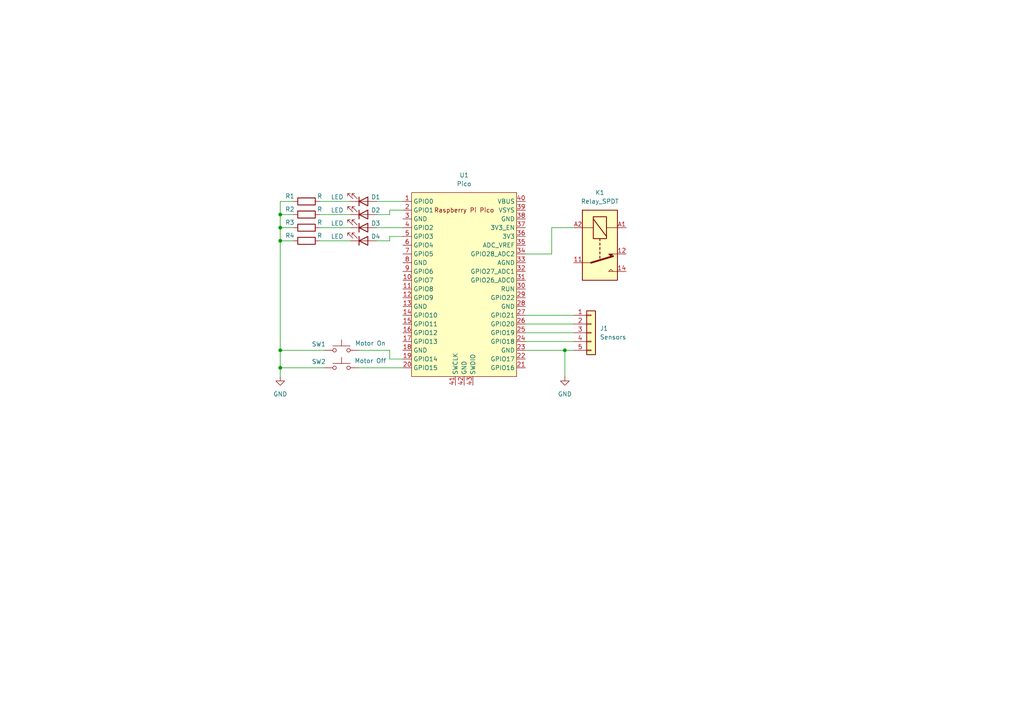
<source format=kicad_sch>
(kicad_sch (version 20250114) (generator "eeschema") (generator_version "9.0")
  (paper "A4")
  (lib_symbols
    (symbol "Connector_Generic:Conn_01x05" (pin_names (offset 1.016) (hide yes))
      (property "Reference" "J" (at 0 7.62 0))
      (property "Value" "Conn_01x05" (at 0 -7.62 0))
      (symbol "Conn_01x05_1_1"
        (rectangle (start -1.27 6.35) (end 1.27 -6.35) (stroke (width 0.254)) (fill (type background)))
        (rectangle (start -1.27 5.207) (end 0 4.953) (stroke (width 0.1524)))
        (rectangle (start -1.27 2.667) (end 0 2.413) (stroke (width 0.1524)))
        (rectangle (start -1.27 0.127) (end 0 -0.127) (stroke (width 0.1524)))
        (rectangle (start -1.27 -2.413) (end 0 -2.667) (stroke (width 0.1524)))
        (rectangle (start -1.27 -4.953) (end 0 -5.207) (stroke (width 0.1524)))
        (pin passive line (at -5.08 5.08 0) (length 3.81) (name "Pin_1") (number "1"))
        (pin passive line (at -5.08 2.54 0) (length 3.81) (name "Pin_2") (number "2"))
        (pin passive line (at -5.08 0 0) (length 3.81) (name "Pin_3") (number "3"))
        (pin passive line (at -5.08 -2.54 0) (length 3.81) (name "Pin_4") (number "4"))
        (pin passive line (at -5.08 -5.08 0) (length 3.81) (name "Pin_5") (number "5"))
      )
    )
    (symbol "Device:LED" (pin_numbers (hide yes)) (pin_names (offset 1.016) (hide yes))
      (property "Reference" "D" (at 0 2.54 0))
      (property "Value" "LED" (at 0 -2.54 0))
      (symbol "LED_0_1"
        (polyline (pts (xy -3.048 -0.762) (xy -4.572 -2.286) (xy -3.81 -2.286) (xy -4.572 -2.286) (xy -4.572 -1.524)))
        (polyline (pts (xy -1.778 -0.762) (xy -3.302 -2.286) (xy -2.54 -2.286) (xy -3.302 -2.286) (xy -3.302 -1.524)))
        (polyline (pts (xy -1.27 0) (xy 1.27 0)))
        (polyline (pts (xy -1.27 -1.27) (xy -1.27 1.27)) (stroke (width 0.254)))
        (polyline (pts (xy 1.27 -1.27) (xy 1.27 1.27) (xy -1.27 0) (xy 1.27 -1.27)) (stroke (width 0.254)))
      )
      (symbol "LED_1_1"
        (pin passive line (at -3.81 0 0) (length 2.54) (name "K") (number "1"))
        (pin passive line (at 3.81 0 180) (length 2.54) (name "A") (number "2"))
      )
    )
    (symbol "Device:R" (pin_numbers (hide yes)) (pin_names (offset 0))
      (property "Reference" "R" (at 2.032 0 90))
      (property "Value" "R" (at 0 0 90))
      (symbol "R_0_1"
        (rectangle (start -1.016 -2.54) (end 1.016 2.54) (stroke (width 0.254)))
      )
      (symbol "R_1_1"
        (pin passive line (at 0 3.81 270) (length 1.27) (name "~") (number "1"))
        (pin passive line (at 0 -3.81 90) (length 1.27) (name "~") (number "2"))
      )
    )
    (symbol "MCU_RaspberryPi_and_Boards:Pico"
      (property "Reference" "U" (at -13.97 27.94 0))
      (property "Value" "Pico" (at 0 19.05 0))
      (symbol "Pico_0_0"
        (text "Raspberry Pi Pico" (at 0 21.59 0) (effects (font (size 1.27 1.27))))
      )
      (symbol "Pico_0_1"
        (rectangle (start -15.24 26.67) (end 15.24 -26.67) (fill (type background)))
      )
      (symbol "Pico_1_1"
        (pin bidirectional line (at -17.78 24.13 0) (length 2.54) (name "GPIO0") (number "1"))
        (pin bidirectional line (at -17.78 21.59 0) (length 2.54) (name "GPIO1") (number "2"))
        (pin power_in line (at -17.78 19.05 0) (length 2.54) (name "GND") (number "3"))
        (pin bidirectional line (at -17.78 16.51 0) (length 2.54) (name "GPIO2") (number "4"))
        (pin bidirectional line (at -17.78 13.97 0) (length 2.54) (name "GPIO3") (number "5"))
        (pin bidirectional line (at -17.78 11.43 0) (length 2.54) (name "GPIO4") (number "6"))
        (pin bidirectional line (at -17.78 8.89 0) (length 2.54) (name "GPIO5") (number "7"))
        (pin power_in line (at -17.78 6.35 0) (length 2.54) (name "GND") (number "8"))
        (pin bidirectional line (at -17.78 3.81 0) (length 2.54) (name "GPIO6") (number "9"))
        (pin bidirectional line (at -17.78 1.27 0) (length 2.54) (name "GPIO7") (number "10"))
        (pin bidirectional line (at -17.78 -1.27 0) (length 2.54) (name "GPIO8") (number "11"))
        (pin bidirectional line (at -17.78 -3.81 0) (length 2.54) (name "GPIO9") (number "12"))
        (pin power_in line (at -17.78 -6.35 0) (length 2.54) (name "GND") (number "13"))
        (pin bidirectional line (at -17.78 -8.89 0) (length 2.54) (name "GPIO10") (number "14"))
        (pin bidirectional line (at -17.78 -11.43 0) (length 2.54) (name "GPIO11") (number "15"))
        (pin bidirectional line (at -17.78 -13.97 0) (length 2.54) (name "GPIO12") (number "16"))
        (pin bidirectional line (at -17.78 -16.51 0) (length 2.54) (name "GPIO13") (number "17"))
        (pin power_in line (at -17.78 -19.05 0) (length 2.54) (name "GND") (number "18"))
        (pin bidirectional line (at -17.78 -21.59 0) (length 2.54) (name "GPIO14") (number "19"))
        (pin bidirectional line (at -17.78 -24.13 0) (length 2.54) (name "GPIO15") (number "20"))
        (pin input line (at -2.54 -29.21 90) (length 2.54) (name "SWCLK") (number "41"))
        (pin power_in line (at 0 -29.21 90) (length 2.54) (name "GND") (number "42"))
        (pin bidirectional line (at 2.54 -29.21 90) (length 2.54) (name "SWDIO") (number "43"))
        (pin power_in line (at 17.78 24.13 180) (length 2.54) (name "VBUS") (number "40"))
        (pin power_in line (at 17.78 21.59 180) (length 2.54) (name "VSYS") (number "39"))
        (pin bidirectional line (at 17.78 19.05 180) (length 2.54) (name "GND") (number "38"))
        (pin input line (at 17.78 16.51 180) (length 2.54) (name "3V3_EN") (number "37"))
        (pin power_in line (at 17.78 13.97 180) (length 2.54) (name "3V3") (number "36"))
        (pin power_in line (at 17.78 11.43 180) (length 2.54) (name "ADC_VREF") (number "35"))
        (pin bidirectional line (at 17.78 8.89 180) (length 2.54) (name "GPIO28_ADC2") (number "34"))
        (pin power_in line (at 17.78 6.35 180) (length 2.54) (name "AGND") (number "33"))
        (pin bidirectional line (at 17.78 3.81 180) (length 2.54) (name "GPIO27_ADC1") (number "32"))
        (pin bidirectional line (at 17.78 1.27 180) (length 2.54) (name "GPIO26_ADC0") (number "31"))
        (pin input line (at 17.78 -1.27 180) (length 2.54) (name "RUN") (number "30"))
        (pin bidirectional line (at 17.78 -3.81 180) (length 2.54) (name "GPIO22") (number "29"))
        (pin power_in line (at 17.78 -6.35 180) (length 2.54) (name "GND") (number "28"))
        (pin bidirectional line (at 17.78 -8.89 180) (length 2.54) (name "GPIO21") (number "27"))
        (pin bidirectional line (at 17.78 -11.43 180) (length 2.54) (name "GPIO20") (number "26"))
        (pin bidirectional line (at 17.78 -13.97 180) (length 2.54) (name "GPIO19") (number "25"))
        (pin bidirectional line (at 17.78 -16.51 180) (length 2.54) (name "GPIO18") (number "24"))
        (pin power_in line (at 17.78 -19.05 180) (length 2.54) (name "GND") (number "23"))
        (pin bidirectional line (at 17.78 -21.59 180) (length 2.54) (name "GPIO17") (number "22"))
        (pin bidirectional line (at 17.78 -24.13 180) (length 2.54) (name "GPIO16") (number "21"))
      )
    )
    (symbol "Relay:Relay_SPDT"
      (property "Reference" "K" (at 11.43 3.81 0))
      (property "Value" "Relay_SPDT" (at 11.43 1.27 0))
      (symbol "Relay_SPDT_0_0"
        (polyline (pts (xy 7.62 5.08) (xy 7.62 2.54) (xy 6.985 3.175) (xy 7.62 3.81)))
      )
      (symbol "Relay_SPDT_0_1"
        (rectangle (start -10.16 5.08) (end 10.16 -5.08) (stroke (width 0.254)) (fill (type background)))
        (rectangle (start -8.255 1.905) (end -1.905 -1.905) (stroke (width 0.254)))
        (polyline (pts (xy -7.62 -1.905) (xy -2.54 1.905)) (stroke (width 0.254)))
        (polyline (pts (xy -5.08 5.08) (xy -5.08 1.905)))
        (polyline (pts (xy -5.08 -5.08) (xy -5.08 -1.905)))
        (polyline (pts (xy -1.905 0) (xy -1.27 0)) (stroke (width 0.254)))
        (polyline (pts (xy -0.635 0) (xy 0 0)) (stroke (width 0.254)))
        (polyline (pts (xy 0.635 0) (xy 1.27 0)) (stroke (width 0.254)))
        (polyline (pts (xy 1.905 0) (xy 2.54 0)) (stroke (width 0.254)))
        (polyline (pts (xy 2.54 5.08) (xy 2.54 2.54) (xy 3.175 3.175) (xy 2.54 3.81)) (fill (type outline)))
        (polyline (pts (xy 3.175 0) (xy 3.81 0)) (stroke (width 0.254)))
        (polyline (pts (xy 5.08 -2.54) (xy 3.175 3.81)) (stroke (width 0.508)))
        (polyline (pts (xy 5.08 -2.54) (xy 5.08 -5.08)))
      )
      (symbol "Relay_SPDT_1_1"
        (pin passive line (at -5.08 7.62 270) (length 2.54) (name "~") (number "A1"))
        (pin passive line (at -5.08 -7.62 90) (length 2.54) (name "~") (number "A2"))
        (pin passive line (at 2.54 7.62 270) (length 2.54) (name "~") (number "12"))
        (pin passive line (at 5.08 -7.62 90) (length 2.54) (name "~") (number "11"))
        (pin passive line (at 7.62 7.62 270) (length 2.54) (name "~") (number "14"))
      )
    )
    (symbol "Switch:SW_Push" (pin_numbers (hide yes)) (pin_names (offset 1.016) (hide yes))
      (property "Reference" "SW" (at 1.27 2.54 0))
      (property "Value" "SW_Push" (at 0 -1.524 0))
      (symbol "SW_Push_0_1"
        (circle (center -2.032 0) (radius 0.508))
        (polyline (pts (xy 0 1.27) (xy 0 3.048)))
        (circle (center 2.032 0) (radius 0.508))
        (polyline (pts (xy 2.54 1.27) (xy -2.54 1.27)))
        (pin passive line (at -5.08 0 0) (length 2.54) (name "1") (number "1"))
        (pin passive line (at 5.08 0 180) (length 2.54) (name "2") (number "2"))
      )
    )
    (symbol "power:GND" (power) (pin_numbers (hide yes)) (pin_names (offset 0) (hide yes))
      (property "Value" "GND" (at 0 -3.81 0))
      (symbol "GND_0_1"
        (polyline (pts (xy 0 0) (xy 0 -1.27) (xy 1.27 -1.27) (xy 0 -2.54) (xy -1.27 -1.27) (xy 0 -1.27)))
      )
      (symbol "GND_1_1"
        (pin power_in line (at 0 0 270) (length 0) (name "~") (number "1"))
      )
    )
  )
  (junction (at 81.28 106.68))
  (junction (at 163.83 101.6))
  (junction (at 81.28 69.85))
  (junction (at 81.28 62.23))
  (junction (at 81.28 101.6))
  (junction (at 81.28 66.04))
  (wire (pts (xy 81.28 62.23) (xy 81.28 58.42)))
  (wire (pts (xy 81.28 66.04) (xy 81.28 62.23)))
  (wire (pts (xy 104.14 106.68) (xy 116.84 106.68)))
  (wire (pts (xy 81.28 106.68) (xy 81.28 109.22)))
  (wire (pts (xy 152.4 91.44) (xy 166.37 91.44)))
  (wire (pts (xy 92.71 58.42) (xy 101.6 58.42)))
  (wire (pts (xy 92.71 69.85) (xy 101.6 69.85)))
  (wire (pts (xy 116.84 60.96) (xy 113.03 60.96)))
  (wire (pts (xy 81.28 62.23) (xy 85.09 62.23)))
  (wire (pts (xy 152.4 93.98) (xy 166.37 93.98)))
  (wire (pts (xy 109.22 66.04) (xy 116.84 66.04)))
  (wire (pts (xy 113.03 60.96) (xy 113.03 62.23)))
  (wire (pts (xy 92.71 66.04) (xy 101.6 66.04)))
  (wire (pts (xy 152.4 99.06) (xy 166.37 99.06)))
  (wire (pts (xy 81.28 101.6) (xy 93.98 101.6)))
  (wire (pts (xy 81.28 69.85) (xy 81.28 66.04)))
  (wire (pts (xy 113.03 69.85) (xy 109.22 69.85)))
  (wire (pts (xy 81.28 69.85) (xy 85.09 69.85)))
  (wire (pts (xy 160.02 66.04) (xy 166.37 66.04)))
  (wire (pts (xy 81.28 106.68) (xy 93.98 106.68)))
  (wire (pts (xy 81.28 69.85) (xy 81.28 101.6)))
  (wire (pts (xy 152.4 101.6) (xy 163.83 101.6)))
  (wire (pts (xy 113.03 62.23) (xy 109.22 62.23)))
  (wire (pts (xy 81.28 58.42) (xy 85.09 58.42)))
  (wire (pts (xy 109.22 58.42) (xy 116.84 58.42)))
  (wire (pts (xy 92.71 62.23) (xy 101.6 62.23)))
  (wire (pts (xy 163.83 101.6) (xy 163.83 109.22)))
  (wire (pts (xy 81.28 66.04) (xy 85.09 66.04)))
  (wire (pts (xy 163.83 101.6) (xy 166.37 101.6)))
  (wire (pts (xy 81.28 101.6) (xy 81.28 106.68)))
  (wire (pts (xy 104.14 101.6) (xy 113.03 101.6)))
  (wire (pts (xy 113.03 68.58) (xy 113.03 69.85)))
  (wire (pts (xy 160.02 73.66) (xy 160.02 66.04)))
  (wire (pts (xy 113.03 101.6) (xy 113.03 104.14)))
  (wire (pts (xy 116.84 68.58) (xy 113.03 68.58)))
  (wire (pts (xy 152.4 96.52) (xy 166.37 96.52)))
  (wire (pts (xy 113.03 104.14) (xy 116.84 104.14)))
  (wire (pts (xy 152.4 73.66) (xy 160.02 73.66)))
  (symbol (lib_id "power:GND") (at 163.83 109.22 0) (unit 1)
    (property "Reference" "#PWR01" (effects (hide yes)))
    (property "Value" "GND" (at 163.83 114.3 0))
    (property "Description" "Power symbol creates a global label with name \"GND\" , ground" (effects (hide yes)))
  )
  (symbol (lib_id "Switch:SW_Push") (at 99.06 101.6 0) (unit 1)
    (property "Reference" "SW1" (at 92.456 99.822 0))
    (property "Value" "Motor On" (at 107.442 99.568 0))
    (property "Description" "Push button switch, generic, two pins" (effects (hide yes)))
  )
  (symbol (lib_id "MCU_RaspberryPi_and_Boards:Pico") (at 134.62 82.55 0) (unit 1)
    (property "Reference" "U1" (at 134.62 50.8 0))
    (property "Value" "Pico" (at 134.62 53.34 0))
    (property "Footprint" "RPi_Pico:RPi_Pico_SMD_TH" (effects (hide yes)))
  )
  (symbol (lib_id "power:GND") (at 81.28 109.22 0) (unit 1)
    (property "Reference" "#PWR02" (effects (hide yes)))
    (property "Value" "GND" (at 81.28 114.3 0))
    (property "Description" "Power symbol creates a global label with name \"GND\" , ground" (effects (hide yes)))
  )
  (symbol (lib_id "Device:LED") (at 105.41 69.85 0) (mirror x) (unit 1)
    (property "Reference" "D4" (at 108.966 68.58 0))
    (property "Value" "LED" (at 97.79 68.58 0))
    (property "Description" "Light emitting diode" (effects (hide yes)))
    (property "Sim.Pins" "1=K 2=A" (effects (hide yes)))
  )
  (symbol (lib_id "Device:R") (at 88.9 66.04 90) (unit 1)
    (property "Reference" "R3" (at 84.074 64.516 90))
    (property "Value" "R" (at 92.71 64.516 90))
    (property "Description" "Resistor" (effects (hide yes)))
  )
  (symbol (lib_id "Device:R") (at 88.9 58.42 90) (unit 1)
    (property "Reference" "R1" (at 84.074 56.896 90))
    (property "Value" "R" (at 92.71 56.896 90))
    (property "Description" "Resistor" (effects (hide yes)))
  )
  (symbol (lib_id "Device:R") (at 88.9 69.85 90) (unit 1)
    (property "Reference" "R4" (at 84.074 68.326 90))
    (property "Value" "R" (at 92.71 68.326 90))
    (property "Description" "Resistor" (effects (hide yes)))
  )
  (symbol (lib_id "Device:R") (at 88.9 62.23 90) (unit 1)
    (property "Reference" "R2" (at 84.074 60.706 90))
    (property "Value" "R" (at 92.71 60.706 90))
    (property "Description" "Resistor" (effects (hide yes)))
  )
  (symbol (lib_id "Connector_Generic:Conn_01x05") (at 171.45 96.52 0) (unit 1)
    (property "Reference" "J1" (at 173.99 95.2499 0) (effects (justify left)))
    (property "Value" "Sensors" (at 173.99 97.7899 0) (effects (justify left)))
    (property "Description" "Generic connector, single row, 01x05, script generated (kicad-library-utils/schlib/autogen/connector/)" (effects (hide yes)))
  )
  (symbol (lib_id "Switch:SW_Push") (at 99.06 106.68 0) (unit 1)
    (property "Reference" "SW2" (at 92.456 104.902 0))
    (property "Value" "Motor Off" (at 107.442 104.648 0))
    (property "Description" "Push button switch, generic, two pins" (effects (hide yes)))
  )
  (symbol (lib_id "Device:LED") (at 105.41 58.42 0) (mirror x) (unit 1)
    (property "Reference" "D1" (at 108.966 57.15 0))
    (property "Value" "LED" (at 97.79 57.15 0))
    (property "Description" "Light emitting diode" (effects (hide yes)))
    (property "Sim.Pins" "1=K 2=A" (effects (hide yes)))
  )
  (symbol (lib_id "Relay:Relay_SPDT") (at 173.99 71.12 270) (unit 1)
    (property "Reference" "K1" (at 173.99 55.88 90))
    (property "Value" "Relay_SPDT" (at 173.99 58.42 90))
    (property "Description" "Relay SPDT, monostable, EN50005" (effects (hide yes)))
  )
  (symbol (lib_id "Device:LED") (at 105.41 66.04 0) (mirror x) (unit 1)
    (property "Reference" "D3" (at 108.966 64.77 0))
    (property "Value" "LED" (at 97.79 64.77 0))
    (property "Description" "Light emitting diode" (effects (hide yes)))
    (property "Sim.Pins" "1=K 2=A" (effects (hide yes)))
  )
  (symbol (lib_id "Device:LED") (at 105.41 62.23 0) (mirror x) (unit 1)
    (property "Reference" "D2" (at 108.966 60.96 0))
    (property "Value" "LED" (at 97.79 60.96 0))
    (property "Description" "Light emitting diode" (effects (hide yes)))
    (property "Sim.Pins" "1=K 2=A" (effects (hide yes)))
  )
)
</source>
